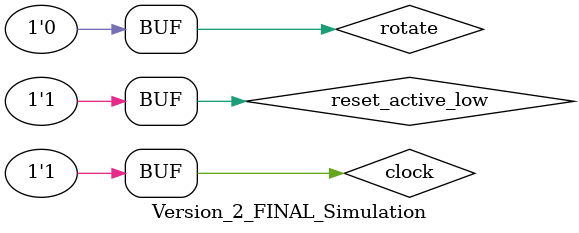
<source format=sv>
`timescale 1ns / 1ns

module Version_2_FINAL_Simulation ();

logic clock, reset_active_low, rotate, lcd_rw, lcd_en, lcd_rs, lcd_on; logic [3:0] lcd_data; logic [3:0] unused_pins;

parameter CLOCK_HALF_PERIOD = 10; parameter RESET_DELAY_PERIOD = 25; parameter DELAY_PERIOD = 50_000_000;

Version_2_FINAL simulation (.clock (clock), .reset_active_low (reset_active_low), .rotate (rotate), .lcd_data (lcd_data), .lcd_rw (lcd_rw), .lcd_en (lcd_en), .lcd_rs (lcd_rs), 
.lcd_on (lcd_on), .unused_pins (unused_pins));

always 
begin
clock = 1'b0;
#CLOCK_HALF_PERIOD;
clock = 1'b1;
#CLOCK_HALF_PERIOD;
end

initial
begin
reset_active_low = 1'b0;
#RESET_DELAY_PERIOD;
reset_active_low = 1'b1;
end

initial
begin
rotate = 1'b1;
#DELAY_PERIOD;
rotate = 1'b0;
end

endmodule


</source>
